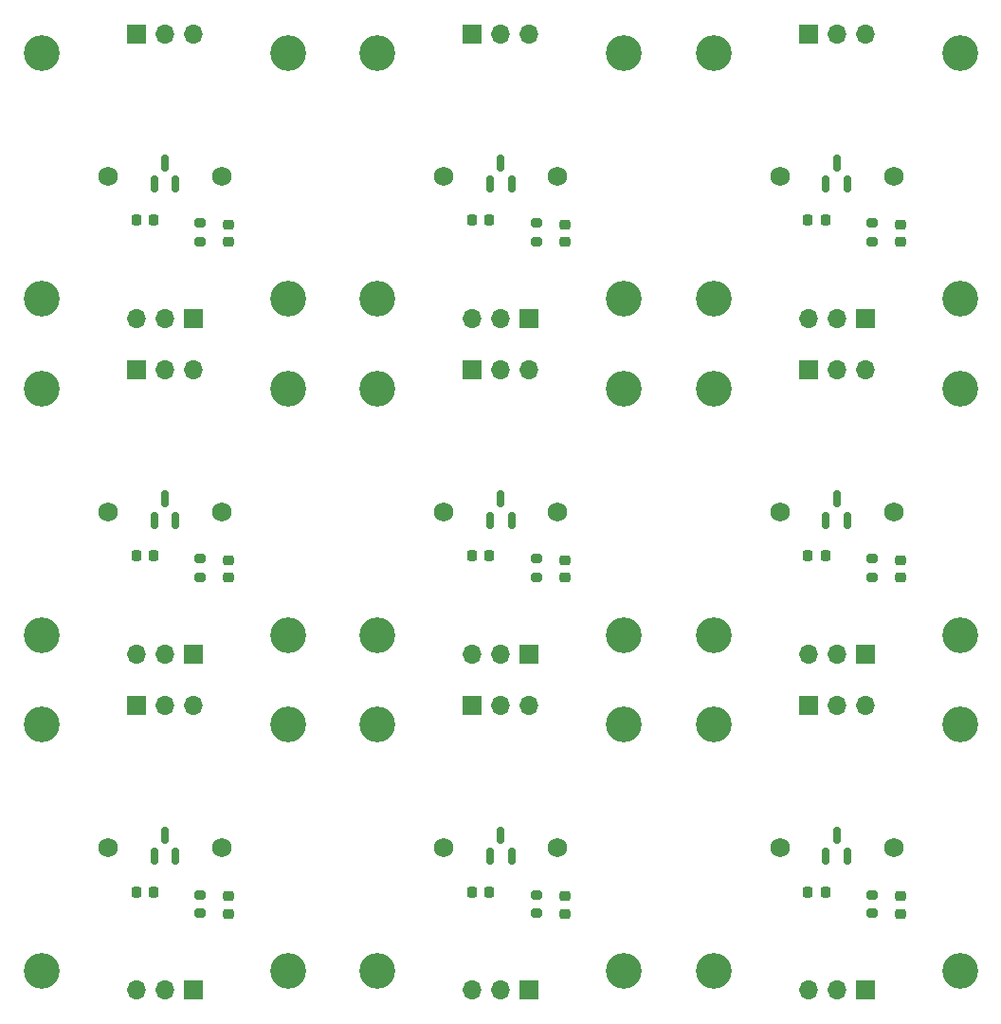
<source format=gbr>
G04 #@! TF.GenerationSoftware,KiCad,Pcbnew,8.0.3*
G04 #@! TF.CreationDate,2024-06-06T13:15:09+09:00*
G04 #@! TF.ProjectId,analog_switch_tester,616e616c-6f67-45f7-9377-697463685f74,1*
G04 #@! TF.SameCoordinates,Original*
G04 #@! TF.FileFunction,Soldermask,Top*
G04 #@! TF.FilePolarity,Negative*
%FSLAX46Y46*%
G04 Gerber Fmt 4.6, Leading zero omitted, Abs format (unit mm)*
G04 Created by KiCad (PCBNEW 8.0.3) date 2024-06-06 13:15:09*
%MOMM*%
%LPD*%
G01*
G04 APERTURE LIST*
G04 Aperture macros list*
%AMRoundRect*
0 Rectangle with rounded corners*
0 $1 Rounding radius*
0 $2 $3 $4 $5 $6 $7 $8 $9 X,Y pos of 4 corners*
0 Add a 4 corners polygon primitive as box body*
4,1,4,$2,$3,$4,$5,$6,$7,$8,$9,$2,$3,0*
0 Add four circle primitives for the rounded corners*
1,1,$1+$1,$2,$3*
1,1,$1+$1,$4,$5*
1,1,$1+$1,$6,$7*
1,1,$1+$1,$8,$9*
0 Add four rect primitives between the rounded corners*
20,1,$1+$1,$2,$3,$4,$5,0*
20,1,$1+$1,$4,$5,$6,$7,0*
20,1,$1+$1,$6,$7,$8,$9,0*
20,1,$1+$1,$8,$9,$2,$3,0*%
G04 Aperture macros list end*
%ADD10O,1.700000X1.700000*%
%ADD11R,1.700000X1.700000*%
%ADD12C,3.200000*%
%ADD13RoundRect,0.225000X0.250000X-0.225000X0.250000X0.225000X-0.250000X0.225000X-0.250000X-0.225000X0*%
%ADD14RoundRect,0.150000X0.150000X-0.587500X0.150000X0.587500X-0.150000X0.587500X-0.150000X-0.587500X0*%
%ADD15C,1.750000*%
%ADD16RoundRect,0.200000X0.275000X-0.200000X0.275000X0.200000X-0.275000X0.200000X-0.275000X-0.200000X0*%
%ADD17RoundRect,0.225000X-0.225000X-0.250000X0.225000X-0.250000X0.225000X0.250000X-0.225000X0.250000X0*%
G04 APERTURE END LIST*
D10*
G04 #@! TO.C,J9*
X93274000Y-106603500D03*
X95814000Y-106603500D03*
D11*
X98354000Y-106603500D03*
G04 #@! TD*
D12*
G04 #@! TO.C,MB_35*
X84814000Y-104903500D03*
G04 #@! TD*
D10*
G04 #@! TO.C,Mount9*
X98354000Y-81203500D03*
X95814000Y-81203500D03*
D11*
X93274000Y-81203500D03*
G04 #@! TD*
D13*
G04 #@! TO.C,C18*
X101529000Y-98227000D03*
X101529000Y-99777000D03*
G04 #@! TD*
D12*
G04 #@! TO.C,MB_34*
X106814000Y-82903500D03*
G04 #@! TD*
D14*
G04 #@! TO.C,U9*
X95814000Y-92766000D03*
X96764000Y-94641000D03*
X94864000Y-94641000D03*
D15*
X90734000Y-93903500D03*
X100894000Y-93903500D03*
G04 #@! TD*
D16*
G04 #@! TO.C,R9*
X98989000Y-98100000D03*
X98989000Y-99750000D03*
G04 #@! TD*
D12*
G04 #@! TO.C,MB_36*
X106814000Y-104903500D03*
G04 #@! TD*
D17*
G04 #@! TO.C,C17*
X94798000Y-97846000D03*
X93248000Y-97846000D03*
G04 #@! TD*
D12*
G04 #@! TO.C,MB_33*
X84814000Y-82903500D03*
G04 #@! TD*
D10*
G04 #@! TO.C,J8*
X63274000Y-106603500D03*
X65814000Y-106603500D03*
D11*
X68354000Y-106603500D03*
G04 #@! TD*
D12*
G04 #@! TO.C,MB_31*
X54814000Y-104903500D03*
G04 #@! TD*
D10*
G04 #@! TO.C,Mount8*
X68354000Y-81203500D03*
X65814000Y-81203500D03*
D11*
X63274000Y-81203500D03*
G04 #@! TD*
D13*
G04 #@! TO.C,C16*
X71529000Y-98227000D03*
X71529000Y-99777000D03*
G04 #@! TD*
D12*
G04 #@! TO.C,MB_30*
X76814000Y-82903500D03*
G04 #@! TD*
D14*
G04 #@! TO.C,U8*
X65814000Y-92766000D03*
X66764000Y-94641000D03*
X64864000Y-94641000D03*
D15*
X60734000Y-93903500D03*
X70894000Y-93903500D03*
G04 #@! TD*
D16*
G04 #@! TO.C,R8*
X68989000Y-98100000D03*
X68989000Y-99750000D03*
G04 #@! TD*
D12*
G04 #@! TO.C,MB_32*
X76814000Y-104903500D03*
G04 #@! TD*
D17*
G04 #@! TO.C,C15*
X64798000Y-97846000D03*
X63248000Y-97846000D03*
G04 #@! TD*
D12*
G04 #@! TO.C,MB_29*
X54814000Y-82903500D03*
G04 #@! TD*
D10*
G04 #@! TO.C,J7*
X33274000Y-106603500D03*
X35814000Y-106603500D03*
D11*
X38354000Y-106603500D03*
G04 #@! TD*
D12*
G04 #@! TO.C,MB_27*
X24814000Y-104903500D03*
G04 #@! TD*
D10*
G04 #@! TO.C,Mount7*
X38354000Y-81203500D03*
X35814000Y-81203500D03*
D11*
X33274000Y-81203500D03*
G04 #@! TD*
D13*
G04 #@! TO.C,C14*
X41529000Y-98227000D03*
X41529000Y-99777000D03*
G04 #@! TD*
D12*
G04 #@! TO.C,MB_26*
X46814000Y-82903500D03*
G04 #@! TD*
D14*
G04 #@! TO.C,U7*
X35814000Y-92766000D03*
X36764000Y-94641000D03*
X34864000Y-94641000D03*
D15*
X30734000Y-93903500D03*
X40894000Y-93903500D03*
G04 #@! TD*
D16*
G04 #@! TO.C,R7*
X38989000Y-98100000D03*
X38989000Y-99750000D03*
G04 #@! TD*
D12*
G04 #@! TO.C,MB_28*
X46814000Y-104903500D03*
G04 #@! TD*
D17*
G04 #@! TO.C,C13*
X34798000Y-97846000D03*
X33248000Y-97846000D03*
G04 #@! TD*
D12*
G04 #@! TO.C,MB_25*
X24814000Y-82903500D03*
G04 #@! TD*
D10*
G04 #@! TO.C,J6*
X93274000Y-76603500D03*
X95814000Y-76603500D03*
D11*
X98354000Y-76603500D03*
G04 #@! TD*
D12*
G04 #@! TO.C,MB_23*
X84814000Y-74903500D03*
G04 #@! TD*
D10*
G04 #@! TO.C,Mount6*
X98354000Y-51203500D03*
X95814000Y-51203500D03*
D11*
X93274000Y-51203500D03*
G04 #@! TD*
D13*
G04 #@! TO.C,C12*
X101529000Y-68227000D03*
X101529000Y-69777000D03*
G04 #@! TD*
D12*
G04 #@! TO.C,MB_22*
X106814000Y-52903500D03*
G04 #@! TD*
D14*
G04 #@! TO.C,U6*
X95814000Y-62766000D03*
X96764000Y-64641000D03*
X94864000Y-64641000D03*
D15*
X90734000Y-63903500D03*
X100894000Y-63903500D03*
G04 #@! TD*
D16*
G04 #@! TO.C,R6*
X98989000Y-68100000D03*
X98989000Y-69750000D03*
G04 #@! TD*
D12*
G04 #@! TO.C,MB_24*
X106814000Y-74903500D03*
G04 #@! TD*
D17*
G04 #@! TO.C,C11*
X94798000Y-67846000D03*
X93248000Y-67846000D03*
G04 #@! TD*
D12*
G04 #@! TO.C,MB_21*
X84814000Y-52903500D03*
G04 #@! TD*
D10*
G04 #@! TO.C,J5*
X63274000Y-76603500D03*
X65814000Y-76603500D03*
D11*
X68354000Y-76603500D03*
G04 #@! TD*
D12*
G04 #@! TO.C,MB_19*
X54814000Y-74903500D03*
G04 #@! TD*
D10*
G04 #@! TO.C,Mount5*
X68354000Y-51203500D03*
X65814000Y-51203500D03*
D11*
X63274000Y-51203500D03*
G04 #@! TD*
D13*
G04 #@! TO.C,C10*
X71529000Y-68227000D03*
X71529000Y-69777000D03*
G04 #@! TD*
D12*
G04 #@! TO.C,MB_18*
X76814000Y-52903500D03*
G04 #@! TD*
D14*
G04 #@! TO.C,U5*
X65814000Y-62766000D03*
X66764000Y-64641000D03*
X64864000Y-64641000D03*
D15*
X60734000Y-63903500D03*
X70894000Y-63903500D03*
G04 #@! TD*
D16*
G04 #@! TO.C,R5*
X68989000Y-68100000D03*
X68989000Y-69750000D03*
G04 #@! TD*
D12*
G04 #@! TO.C,MB_20*
X76814000Y-74903500D03*
G04 #@! TD*
D17*
G04 #@! TO.C,C9*
X64798000Y-67846000D03*
X63248000Y-67846000D03*
G04 #@! TD*
D12*
G04 #@! TO.C,MB_17*
X54814000Y-52903500D03*
G04 #@! TD*
D10*
G04 #@! TO.C,J4*
X33274000Y-76603500D03*
X35814000Y-76603500D03*
D11*
X38354000Y-76603500D03*
G04 #@! TD*
D12*
G04 #@! TO.C,MB_15*
X24814000Y-74903500D03*
G04 #@! TD*
D10*
G04 #@! TO.C,Mount4*
X38354000Y-51203500D03*
X35814000Y-51203500D03*
D11*
X33274000Y-51203500D03*
G04 #@! TD*
D13*
G04 #@! TO.C,C8*
X41529000Y-68227000D03*
X41529000Y-69777000D03*
G04 #@! TD*
D12*
G04 #@! TO.C,MB_14*
X46814000Y-52903500D03*
G04 #@! TD*
D14*
G04 #@! TO.C,U4*
X35814000Y-62766000D03*
X36764000Y-64641000D03*
X34864000Y-64641000D03*
D15*
X30734000Y-63903500D03*
X40894000Y-63903500D03*
G04 #@! TD*
D16*
G04 #@! TO.C,R4*
X38989000Y-68100000D03*
X38989000Y-69750000D03*
G04 #@! TD*
D12*
G04 #@! TO.C,MB_16*
X46814000Y-74903500D03*
G04 #@! TD*
D17*
G04 #@! TO.C,C7*
X34798000Y-67846000D03*
X33248000Y-67846000D03*
G04 #@! TD*
D12*
G04 #@! TO.C,MB_13*
X24814000Y-52903500D03*
G04 #@! TD*
D10*
G04 #@! TO.C,J3*
X93274000Y-46603500D03*
X95814000Y-46603500D03*
D11*
X98354000Y-46603500D03*
G04 #@! TD*
D12*
G04 #@! TO.C,MB_11*
X84814000Y-44903500D03*
G04 #@! TD*
D10*
G04 #@! TO.C,Mount3*
X98354000Y-21203500D03*
X95814000Y-21203500D03*
D11*
X93274000Y-21203500D03*
G04 #@! TD*
D13*
G04 #@! TO.C,C6*
X101529000Y-38227000D03*
X101529000Y-39777000D03*
G04 #@! TD*
D12*
G04 #@! TO.C,MB_10*
X106814000Y-22903500D03*
G04 #@! TD*
D14*
G04 #@! TO.C,U3*
X95814000Y-32766000D03*
X96764000Y-34641000D03*
X94864000Y-34641000D03*
D15*
X90734000Y-33903500D03*
X100894000Y-33903500D03*
G04 #@! TD*
D16*
G04 #@! TO.C,R3*
X98989000Y-38100000D03*
X98989000Y-39750000D03*
G04 #@! TD*
D12*
G04 #@! TO.C,MB_12*
X106814000Y-44903500D03*
G04 #@! TD*
D17*
G04 #@! TO.C,C5*
X94798000Y-37846000D03*
X93248000Y-37846000D03*
G04 #@! TD*
D12*
G04 #@! TO.C,MB_9*
X84814000Y-22903500D03*
G04 #@! TD*
D10*
G04 #@! TO.C,J2*
X63274000Y-46603500D03*
X65814000Y-46603500D03*
D11*
X68354000Y-46603500D03*
G04 #@! TD*
D12*
G04 #@! TO.C,MB_7*
X54814000Y-44903500D03*
G04 #@! TD*
D10*
G04 #@! TO.C,Mount2*
X68354000Y-21203500D03*
X65814000Y-21203500D03*
D11*
X63274000Y-21203500D03*
G04 #@! TD*
D13*
G04 #@! TO.C,C4*
X71529000Y-38227000D03*
X71529000Y-39777000D03*
G04 #@! TD*
D12*
G04 #@! TO.C,MB_6*
X76814000Y-22903500D03*
G04 #@! TD*
D14*
G04 #@! TO.C,U2*
X65814000Y-32766000D03*
X66764000Y-34641000D03*
X64864000Y-34641000D03*
D15*
X60734000Y-33903500D03*
X70894000Y-33903500D03*
G04 #@! TD*
D16*
G04 #@! TO.C,R2*
X68989000Y-38100000D03*
X68989000Y-39750000D03*
G04 #@! TD*
D12*
G04 #@! TO.C,MB_8*
X76814000Y-44903500D03*
G04 #@! TD*
D17*
G04 #@! TO.C,C3*
X64798000Y-37846000D03*
X63248000Y-37846000D03*
G04 #@! TD*
D12*
G04 #@! TO.C,MB_5*
X54814000Y-22903500D03*
G04 #@! TD*
D10*
G04 #@! TO.C,Mount1*
X38354000Y-21203500D03*
X35814000Y-21203500D03*
D11*
X33274000Y-21203500D03*
G04 #@! TD*
D12*
G04 #@! TO.C,MB_1*
X24814000Y-22903500D03*
G04 #@! TD*
D14*
G04 #@! TO.C,U1*
X35814000Y-32766000D03*
X36764000Y-34641000D03*
X34864000Y-34641000D03*
D15*
X30734000Y-33903500D03*
X40894000Y-33903500D03*
G04 #@! TD*
D12*
G04 #@! TO.C,MB_2*
X46814000Y-22903500D03*
G04 #@! TD*
D16*
G04 #@! TO.C,R1*
X38989000Y-38100000D03*
X38989000Y-39750000D03*
G04 #@! TD*
D17*
G04 #@! TO.C,C1*
X34798000Y-37846000D03*
X33248000Y-37846000D03*
G04 #@! TD*
D13*
G04 #@! TO.C,C2*
X41529000Y-38227000D03*
X41529000Y-39777000D03*
G04 #@! TD*
D12*
G04 #@! TO.C,MB_4*
X46814000Y-44903500D03*
G04 #@! TD*
G04 #@! TO.C,MB_3*
X24814000Y-44903500D03*
G04 #@! TD*
D10*
G04 #@! TO.C,J1*
X33274000Y-46603500D03*
X35814000Y-46603500D03*
D11*
X38354000Y-46603500D03*
G04 #@! TD*
M02*

</source>
